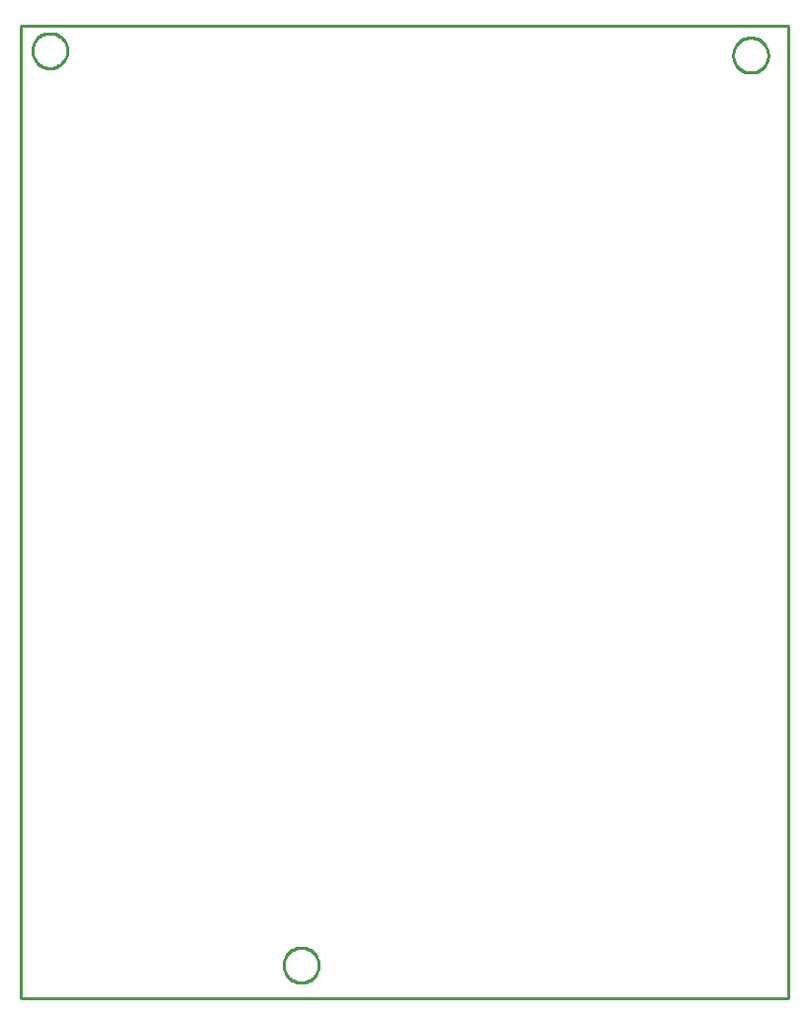
<source format=gbr>
G04 EAGLE Gerber X2 export*
%TF.Part,Single*%
%TF.FileFunction,Profile,NP*%
%TF.FilePolarity,Positive*%
%TF.GenerationSoftware,Autodesk,EAGLE,9.1.0*%
%TF.CreationDate,2018-10-25T18:21:55Z*%
G75*
%MOMM*%
%FSLAX34Y34*%
%LPD*%
%AMOC8*
5,1,8,0,0,1.08239X$1,22.5*%
G01*
%ADD10C,0.254000*%


D10*
X0Y0D02*
X657100Y0D01*
X657100Y832258D01*
X0Y832258D01*
X0Y0D01*
X639840Y806422D02*
X639764Y805354D01*
X639611Y804293D01*
X639383Y803246D01*
X639081Y802218D01*
X638707Y801214D01*
X638262Y800239D01*
X637748Y799299D01*
X637169Y798398D01*
X636527Y797540D01*
X635825Y796730D01*
X635068Y795973D01*
X634258Y795271D01*
X633400Y794629D01*
X632499Y794050D01*
X631559Y793536D01*
X630584Y793091D01*
X629580Y792717D01*
X628552Y792415D01*
X627505Y792187D01*
X626444Y792034D01*
X625376Y791958D01*
X624304Y791958D01*
X623236Y792034D01*
X622175Y792187D01*
X621128Y792415D01*
X620100Y792717D01*
X619096Y793091D01*
X618121Y793536D01*
X617181Y794050D01*
X616280Y794629D01*
X615422Y795271D01*
X614612Y795973D01*
X613855Y796730D01*
X613153Y797540D01*
X612511Y798398D01*
X611932Y799299D01*
X611418Y800239D01*
X610973Y801214D01*
X610599Y802218D01*
X610297Y803246D01*
X610069Y804293D01*
X609916Y805354D01*
X609840Y806422D01*
X609840Y807494D01*
X609916Y808562D01*
X610069Y809623D01*
X610297Y810670D01*
X610599Y811698D01*
X610973Y812702D01*
X611418Y813677D01*
X611932Y814617D01*
X612511Y815518D01*
X613153Y816376D01*
X613855Y817186D01*
X614612Y817943D01*
X615422Y818645D01*
X616280Y819287D01*
X617181Y819866D01*
X618121Y820380D01*
X619096Y820825D01*
X620100Y821199D01*
X621128Y821501D01*
X622175Y821729D01*
X623236Y821882D01*
X624304Y821958D01*
X625376Y821958D01*
X626444Y821882D01*
X627505Y821729D01*
X628552Y821501D01*
X629580Y821199D01*
X630584Y820825D01*
X631559Y820380D01*
X632499Y819866D01*
X633400Y819287D01*
X634258Y818645D01*
X635068Y817943D01*
X635825Y817186D01*
X636527Y816376D01*
X637169Y815518D01*
X637748Y814617D01*
X638262Y813677D01*
X638707Y812702D01*
X639081Y811698D01*
X639383Y810670D01*
X639611Y809623D01*
X639764Y808562D01*
X639840Y807494D01*
X639840Y806422D01*
X39892Y810232D02*
X39816Y809164D01*
X39663Y808103D01*
X39435Y807056D01*
X39133Y806028D01*
X38759Y805024D01*
X38314Y804049D01*
X37800Y803109D01*
X37221Y802208D01*
X36579Y801350D01*
X35877Y800540D01*
X35120Y799783D01*
X34310Y799081D01*
X33452Y798439D01*
X32551Y797860D01*
X31611Y797346D01*
X30636Y796901D01*
X29632Y796527D01*
X28604Y796225D01*
X27557Y795997D01*
X26496Y795844D01*
X25428Y795768D01*
X24356Y795768D01*
X23288Y795844D01*
X22227Y795997D01*
X21180Y796225D01*
X20152Y796527D01*
X19148Y796901D01*
X18173Y797346D01*
X17233Y797860D01*
X16332Y798439D01*
X15474Y799081D01*
X14664Y799783D01*
X13907Y800540D01*
X13205Y801350D01*
X12563Y802208D01*
X11984Y803109D01*
X11470Y804049D01*
X11025Y805024D01*
X10651Y806028D01*
X10349Y807056D01*
X10121Y808103D01*
X9968Y809164D01*
X9892Y810232D01*
X9892Y811304D01*
X9968Y812372D01*
X10121Y813433D01*
X10349Y814480D01*
X10651Y815508D01*
X11025Y816512D01*
X11470Y817487D01*
X11984Y818427D01*
X12563Y819328D01*
X13205Y820186D01*
X13907Y820996D01*
X14664Y821753D01*
X15474Y822455D01*
X16332Y823097D01*
X17233Y823676D01*
X18173Y824190D01*
X19148Y824635D01*
X20152Y825009D01*
X21180Y825311D01*
X22227Y825539D01*
X23288Y825692D01*
X24356Y825768D01*
X25428Y825768D01*
X26496Y825692D01*
X27557Y825539D01*
X28604Y825311D01*
X29632Y825009D01*
X30636Y824635D01*
X31611Y824190D01*
X32551Y823676D01*
X33452Y823097D01*
X34310Y822455D01*
X35120Y821753D01*
X35877Y820996D01*
X36579Y820186D01*
X37221Y819328D01*
X37800Y818427D01*
X38314Y817487D01*
X38759Y816512D01*
X39133Y815508D01*
X39435Y814480D01*
X39663Y813433D01*
X39816Y812372D01*
X39892Y811304D01*
X39892Y810232D01*
X255030Y27658D02*
X254954Y26590D01*
X254801Y25529D01*
X254573Y24482D01*
X254271Y23454D01*
X253897Y22450D01*
X253452Y21475D01*
X252938Y20535D01*
X252359Y19634D01*
X251717Y18776D01*
X251015Y17966D01*
X250258Y17209D01*
X249448Y16507D01*
X248590Y15865D01*
X247689Y15286D01*
X246749Y14772D01*
X245774Y14327D01*
X244770Y13953D01*
X243742Y13651D01*
X242695Y13423D01*
X241634Y13270D01*
X240566Y13194D01*
X239494Y13194D01*
X238426Y13270D01*
X237365Y13423D01*
X236318Y13651D01*
X235290Y13953D01*
X234286Y14327D01*
X233311Y14772D01*
X232371Y15286D01*
X231470Y15865D01*
X230612Y16507D01*
X229802Y17209D01*
X229045Y17966D01*
X228343Y18776D01*
X227701Y19634D01*
X227122Y20535D01*
X226608Y21475D01*
X226163Y22450D01*
X225789Y23454D01*
X225487Y24482D01*
X225259Y25529D01*
X225106Y26590D01*
X225030Y27658D01*
X225030Y28730D01*
X225106Y29798D01*
X225259Y30859D01*
X225487Y31906D01*
X225789Y32934D01*
X226163Y33938D01*
X226608Y34913D01*
X227122Y35853D01*
X227701Y36754D01*
X228343Y37612D01*
X229045Y38422D01*
X229802Y39179D01*
X230612Y39881D01*
X231470Y40523D01*
X232371Y41102D01*
X233311Y41616D01*
X234286Y42061D01*
X235290Y42435D01*
X236318Y42737D01*
X237365Y42965D01*
X238426Y43118D01*
X239494Y43194D01*
X240566Y43194D01*
X241634Y43118D01*
X242695Y42965D01*
X243742Y42737D01*
X244770Y42435D01*
X245774Y42061D01*
X246749Y41616D01*
X247689Y41102D01*
X248590Y40523D01*
X249448Y39881D01*
X250258Y39179D01*
X251015Y38422D01*
X251717Y37612D01*
X252359Y36754D01*
X252938Y35853D01*
X253452Y34913D01*
X253897Y33938D01*
X254271Y32934D01*
X254573Y31906D01*
X254801Y30859D01*
X254954Y29798D01*
X255030Y28730D01*
X255030Y27658D01*
M02*

</source>
